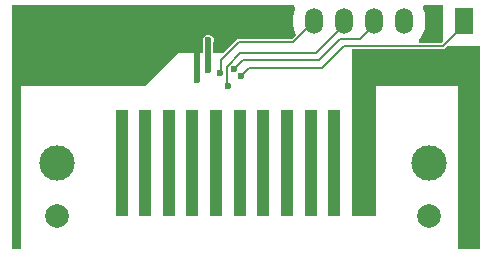
<source format=gbl>
G04*
G04 #@! TF.GenerationSoftware,Altium Limited,Altium Designer,21.0.9 (235)*
G04*
G04 Layer_Physical_Order=2*
G04 Layer_Color=16711680*
%FSTAX24Y24*%
%MOIN*%
G70*
G04*
G04 #@! TF.SameCoordinates,2BB606B7-502A-413E-8362-7AFD42C930D0*
G04*
G04*
G04 #@! TF.FilePolarity,Positive*
G04*
G01*
G75*
%ADD34C,0.0200*%
%ADD35C,0.0080*%
%ADD37C,0.0150*%
%ADD39R,0.0591X0.0866*%
%ADD40O,0.0591X0.0866*%
%ADD41C,0.1378*%
%ADD42C,0.0787*%
%ADD43C,0.1181*%
%ADD44C,0.0236*%
%ADD45R,0.0787X0.4331*%
%ADD46R,0.0394X0.3543*%
G36*
X042996Y033696D02*
X042982Y03367D01*
X042943Y033541D01*
X04293Y033406D01*
Y03313D01*
X042943Y032995D01*
X042982Y032865D01*
X043015Y032805D01*
X042873Y032663D01*
X041104D01*
X041065Y032655D01*
X041032Y032633D01*
X040584Y032185D01*
X040255D01*
Y032542D01*
X040273Y032585D01*
Y032656D01*
X040246Y032721D01*
X040195Y032772D01*
X04013Y032799D01*
X040059D01*
X039994Y032772D01*
X039944Y032721D01*
X039916Y032656D01*
Y032585D01*
X039928Y032556D01*
Y032185D01*
X039075D01*
X037992Y031102D01*
X033858D01*
Y025667D01*
X033541D01*
Y033782D01*
X042945D01*
X042996Y033696D01*
D02*
G37*
G36*
X049136Y025667D02*
X048425D01*
Y031102D01*
X044882D01*
Y032319D01*
X047913D01*
X047952Y032326D01*
X047985Y032348D01*
X048077Y032441D01*
X049136D01*
Y025667D01*
D02*
G37*
G36*
X047933Y032585D02*
X04787Y032523D01*
X047126D01*
Y032658D01*
X047198Y032745D01*
X047262Y032865D01*
X047301Y032995D01*
X047314Y03313D01*
Y033406D01*
X047301Y033541D01*
X047262Y03367D01*
X047248Y033696D01*
X047299Y033782D01*
X047933D01*
Y032585D01*
D02*
G37*
D34*
X039734Y031309D02*
X039734Y031309D01*
Y03307D01*
X039735Y033071D01*
X040092Y031627D02*
Y032617D01*
X040095Y032621D01*
X040088Y031624D02*
X040092Y031627D01*
D35*
X040502Y031959D02*
X041104Y032561D01*
X040502Y031565D02*
Y031959D01*
X041104Y032561D02*
X042915D01*
X040472Y031535D02*
X040502Y031565D01*
X041181Y031417D02*
X041464Y031701D01*
X043885D01*
X041163Y032181D02*
X043673D01*
X041242Y031951D02*
X043775D01*
X040945Y031654D02*
X041242Y031951D01*
X040727Y031744D02*
X041163Y032181D01*
X040727Y031098D02*
Y031744D01*
Y031098D02*
X040735Y031091D01*
X047913Y032421D02*
X048367Y032875D01*
X044605Y032421D02*
X047913D01*
X043885Y031701D02*
X044605Y032421D01*
X043395Y033036D02*
X043622Y033263D01*
Y033268D01*
X04339Y033036D02*
X043395D01*
X042915Y032561D02*
X04339Y033036D01*
X045143Y032651D02*
X045622Y03313D01*
Y033268D01*
X044475Y032651D02*
X045143D01*
X043775Y031951D02*
X044475Y032651D01*
X044622Y03313D02*
Y033268D01*
X043673Y032181D02*
X044622Y03313D01*
X048367Y032875D02*
X048367D01*
X048622Y03313D01*
Y033268D01*
D37*
X045276Y026969D02*
Y028937D01*
X044291Y026969D02*
Y028543D01*
X043504Y026969D02*
Y028543D01*
X042717Y026969D02*
Y028543D01*
X041929Y026969D02*
Y028543D01*
X041142Y026969D02*
Y028543D01*
X040354Y026969D02*
Y028543D01*
X039567Y026969D02*
Y028543D01*
X03878Y026969D02*
Y028543D01*
X037992Y026969D02*
Y028543D01*
X037205Y026969D02*
Y028543D01*
D39*
X048622Y033268D02*
D03*
D40*
X047622D02*
D03*
X046622D02*
D03*
X045622D02*
D03*
X044622D02*
D03*
X043622D02*
D03*
D41*
X037402Y032776D02*
D03*
D42*
X047441Y026772D02*
D03*
X035039D02*
D03*
D43*
X047441Y028543D02*
D03*
X035039D02*
D03*
D44*
X039735Y033071D02*
D03*
X040095Y032621D02*
D03*
X035433Y03189D02*
D03*
X034646D02*
D03*
X035433Y033071D02*
D03*
X034646D02*
D03*
X035433Y03248D02*
D03*
X034646D02*
D03*
X03937D02*
D03*
X042126Y033071D02*
D03*
X041339D02*
D03*
X040551D02*
D03*
X04252Y033465D02*
D03*
X041732D02*
D03*
X040945D02*
D03*
X040157D02*
D03*
X03937D02*
D03*
X045669Y031693D02*
D03*
X045866Y032087D02*
D03*
X045276D02*
D03*
X047835Y031496D02*
D03*
X046654D02*
D03*
X048819Y031693D02*
D03*
X048425Y032087D02*
D03*
X047441D02*
D03*
X048819Y030906D02*
D03*
Y029921D02*
D03*
Y028937D02*
D03*
Y027953D02*
D03*
Y026969D02*
D03*
Y025984D02*
D03*
X033661Y025787D02*
D03*
Y026575D02*
D03*
Y027559D02*
D03*
Y028543D02*
D03*
Y029528D02*
D03*
Y030512D02*
D03*
X033858Y03189D02*
D03*
Y03248D02*
D03*
Y033071D02*
D03*
X040472Y031535D02*
D03*
X041181Y031417D02*
D03*
X040945Y031654D02*
D03*
X039734Y031309D02*
D03*
X040088Y031624D02*
D03*
X040735Y031091D02*
D03*
X045276Y026969D02*
D03*
X044291D02*
D03*
X043504D02*
D03*
X042717D02*
D03*
X041929D02*
D03*
X041142Y026969D02*
D03*
X040354Y026969D02*
D03*
X039567Y026969D02*
D03*
X03878Y026969D02*
D03*
X037992D02*
D03*
X037205Y026969D02*
D03*
D45*
X045276Y028937D02*
D03*
D46*
X044291Y028543D02*
D03*
X043504D02*
D03*
X042717D02*
D03*
X041929D02*
D03*
X041142D02*
D03*
X040354D02*
D03*
X039567D02*
D03*
X03878D02*
D03*
X037992D02*
D03*
X037205D02*
D03*
M02*

</source>
